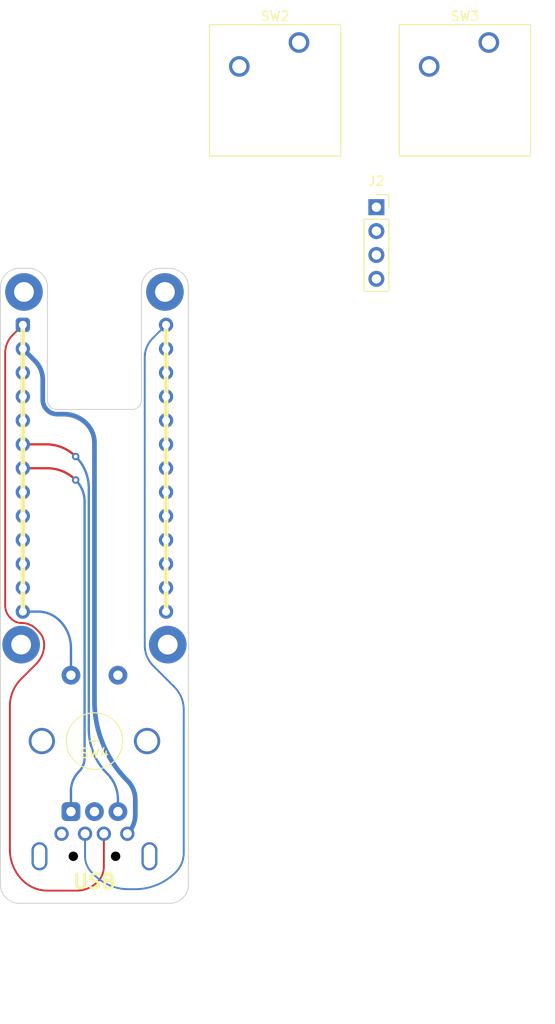
<source format=kicad_pcb>
(kicad_pcb (version 20211014) (generator pcbnew)
  (layers (0 "F.Cu" signal) (31 "B.Cu" signal) (34 "B.Paste" user) (35 "F.Paste" user) (36 "B.SilkS" user "B.Silkscreen") (37 "F.SilkS" user "F.Silkscreen") (38 "B.Mask" user) (39 "F.Mask" user) (44 "Edge.Cuts" user))
  (net 0 "")
  (net 1 "VBUS")
  (net 2 "GND")
  (net 3 "/SCL")
  (net 4 "/SDA")
  (net 5 "/RST")
  (net 6 "/P0")
  (net 7 "/P1")
  (net 8 "+3V3")
  (net 9 "/EncA")
  (net 10 "/EncB")
  (net 13 "/D+")
  (net 15 "/EncPB")
  (net 16 "/S0")
  (net 17 "/D-")
  (net 25 "/LED")
  (footprint "" (layer "F.Cu") (at 102.2 113.5)
    (fp_text reference "" (at 0 0) (layer "F.SilkS") (effects (font (size 1.27 1.27))))
    (fp_text value "" (at 0 0) (layer "F.SilkS") (effects (font (size 1.27 1.27))))
    (pad "103" thru_hole circle (at 0 0) (size 4 4) (drill 2.1) (layers *.Cu *.Mask))
  )
  (footprint "" (layer "F.Cu") (at 103.6 74.6)
    (fp_text reference "" (at 0 0) (layer "F.SilkS") (effects (font (size 1.27 1.27))))
    (fp_text value "" (at 0 0) (layer "F.SilkS") (effects (font (size 1.27 1.27))))
    (pad "101" thru_hole circle (at -1.1 1.41) (size 4 4) (drill 2.1) (layers *.Cu *.Mask))
  )
  (footprint "Button_Switch_Keyboard:SW_Cherry_MX_1.00u_PCB" (layer "F.Cu") (at 151.965 49.495)
    (fp_text reference "SW3" (at -2.54 -2.794) (layer "F.SilkS"))
    (fp_text value "SW_Push")
    (fp_line (start -9.525 -1.905) (end 4.445 -1.905) (layer "F.SilkS") (width 0.12))
    (fp_line (start 4.445 -1.905) (end 4.445 12.065) (layer "F.SilkS") (width 0.12))
    (fp_line (start 4.445 12.065) (end -9.525 12.065) (layer "F.SilkS") (width 0.12))
    (fp_line (start -9.525 12.065) (end -9.525 -1.905) (layer "F.SilkS") (width 0.12))
    (pad "" np_thru_hole circle (at -7.62 5.08) (size 1.7 1.7) (drill 1.7) (layers *.Cu *.Mask))
    (pad "" np_thru_hole circle (at -2.54 5.08) (size 4 4) (drill 4) (layers *.Cu *.Mask))
    (pad "" np_thru_hole circle (at 2.54 5.08) (size 1.7 1.7) (drill 1.7) (layers *.Cu *.Mask))
    (pad "1" thru_hole circle (at 0 0) (size 2.2 2.2) (drill 1.5) (layers *.Cu *.Mask) (net 7 "/P1"))
    (pad "2" thru_hole circle (at -6.35 2.54) (size 2.2 2.2) (drill 1.5) (layers *.Cu *.Mask) (net 2 "GND"))
  )
  (footprint "" (layer "F.Cu") (at 117.5 79)
    (fp_text reference "" (at 0 0) (layer "F.SilkS") (effects (font (size 1.27 1.27))))
    (fp_text value "" (at 0 0) (layer "F.SilkS") (effects (font (size 1.27 1.27))))
    (pad "102" thru_hole circle (at 0 -2.99) (size 4 4) (drill 2.1) (layers *.Cu *.Mask))
  )
  (footprint "Connector_PinSocket_2.54mm:PinSocket_1x04_P2.54mm_Vertical" (layer "F.Cu") (at 140 67)
    (fp_text reference "J2" (at 0 -2.77) (layer "F.SilkS"))
    (fp_text value "Conn_01x04_Female")
    (fp_line (start 1.33 1.27) (end 1.33 8.95) (layer "F.SilkS") (width 0.12))
    (fp_line (start 0 -1.33) (end 1.33 -1.33) (layer "F.SilkS") (width 0.12))
    (fp_line (start -1.33 1.27) (end -1.33 8.95) (layer "F.SilkS") (width 0.12))
    (fp_line (start 1.33 -1.33) (end 1.33 0) (layer "F.SilkS") (width 0.12))
    (fp_line (start -1.33 8.95) (end 1.33 8.95) (layer "F.SilkS") (width 0.12))
    (fp_line (start -1.33 1.27) (end 1.33 1.27) (layer "F.SilkS") (width 0.12))
    (pad "1" thru_hole rect (at 0 0) (size 1.7 1.7) (drill 1) (layers *.Cu *.Mask) (net 2 "GND"))
    (pad "2" thru_hole oval (at 0 2.54) (size 1.7 1.7) (drill 1) (layers *.Cu *.Mask) (net 8 "+3V3"))
    (pad "3" thru_hole oval (at 0 5.08) (size 1.7 1.7) (drill 1) (layers *.Cu *.Mask) (net 3 "/SCL"))
    (pad "4" thru_hole oval (at 0 7.62) (size 1.7 1.7) (drill 1) (layers *.Cu *.Mask) (net 4 "/SDA"))
  )
  (footprint "Button_Switch_Keyboard:SW_Cherry_MX_1.00u_PCB" (layer "F.Cu") (at 131.765 49.495)
    (fp_text reference "SW2" (at -2.54 -2.794) (layer "F.SilkS"))
    (fp_text value "SW_Push")
    (fp_line (start 4.445 12.065) (end -9.525 12.065) (layer "F.SilkS") (width 0.12))
    (fp_line (start -9.525 -1.905) (end 4.445 -1.905) (layer "F.SilkS") (width 0.12))
    (fp_line (start -9.525 12.065) (end -9.525 -1.905) (layer "F.SilkS") (width 0.12))
    (fp_line (start 4.445 -1.905) (end 4.445 12.065) (layer "F.SilkS") (width 0.12))
    (pad "" np_thru_hole circle (at -2.54 5.08) (size 4 4) (drill 4) (layers *.Cu *.Mask))
    (pad "" np_thru_hole circle (at -7.62 5.08) (size 1.7 1.7) (drill 1.7) (layers *.Cu *.Mask))
    (pad "" np_thru_hole circle (at 2.54 5.08) (size 1.7 1.7) (drill 1.7) (layers *.Cu *.Mask))
    (pad "1" thru_hole circle (at 0 0) (size 2.2 2.2) (drill 1.5) (layers *.Cu *.Mask) (net 6 "/P0"))
    (pad "2" thru_hole circle (at -6.35 2.54) (size 2.2 2.2) (drill 1.5) (layers *.Cu *.Mask) (net 2 "GND"))
  )
  (footprint "Rotary_Encoder:RotaryEncoder_Alps_EC12E-Switch_Vertical_H20mm_CircularMountingHoles" (layer "F.Cu") (at 107.5 131.25 90)
    (fp_text reference "SW4" (at 6.2 2.5 180) (layer "F.SilkS"))
    (fp_text value "RotaryEncoder_Switch")
    (fp_line (start 7.5 2) (end 7.5 3) (layer "F.SilkS") (width 0.12))
    (fp_line (start 7 2.5) (end 8 2.5) (layer "F.SilkS") (width 0.12))
    (fp_circle (center 7.5 2.5) (end 10.5 2.5) (layer "F.SilkS") (width 0.12) (fill none))
    (pad "A" thru_hole roundrect (at 0 0 90) (size 2 2) (drill 1) (layers *.Cu *.Mask) (net 10 "/EncB"))
    (pad "B" thru_hole circle (at 0 5 90) (size 2 2) (drill 1) (layers *.Cu *.Mask) (net 9 "/EncA"))
    (pad "C" thru_hole circle (at 0 2.5 90) (size 2 2) (drill 1) (layers *.Cu *.Mask) (net 2 "GND"))
    (pad "MP" thru_hole circle (at 7.5 -3.1 90) (size 2.8 2.8) (drill 2.2) (layers *.Cu *.Mask))
    (pad "MP" thru_hole circle (at 7.5 8.1 90) (size 2.8 2.8) (drill 2.2) (layers *.Cu *.Mask))
    (pad "S1" thru_hole circle (at 14.5 0 90) (size 2 2) (drill 1) (layers *.Cu *.Mask) (net 15 "/EncPB"))
    (pad "S2" thru_hole circle (at 14.5 5 90) (size 2 2) (drill 1) (layers *.Cu *.Mask) (net 2 "GND"))
  )
  (footprint "" (layer "F.Cu") (at 117.8 112)
    (fp_text reference "" (at 0 0) (layer "F.SilkS") (effects (font (size 1.27 1.27))))
    (fp_text value "" (at 0 0) (layer "F.SilkS") (effects (font (size 1.27 1.27))))
    (pad "104" thru_hole circle (at 0 1.5) (size 4 4) (drill 2.1) (layers *.Cu *.Mask))
  )
  (footprint "Akizuki:USB-4AM103" (layer "F.Cu") (at 110 135 180)
    (fp_text reference "J1" hide)
    (fp_text value "USB_A")
    (pad "" np_thru_hole circle (at 2.25 -1 180) (size 1 1) (drill 1) (layers *.Mask))
    (pad "" np_thru_hole circle (at -2.25 -1 180) (size 1 1) (drill 1) (layers *.Mask))
    (pad "1" thru_hole circle (at -3.5 1.4 180) (size 1.524 1.524) (drill 0.95) (layers *.Cu *.Mask) (net 1 "VBUS"))
    (pad "2" thru_hole circle (at -1 1.4 180) (size 1.524 1.524) (drill 0.95) (layers *.Cu *.Mask) (net 17 "/D-"))
    (pad "3" thru_hole circle (at 1 1.4 180) (size 1.524 1.524) (drill 0.95) (layers *.Cu *.Mask) (net 13 "/D+"))
    (pad "4" thru_hole circle (at 3.5 1.4 180) (size 1.524 1.524) (drill 0.95) (layers *.Cu *.Mask) (net 2 "GND"))
    (pad "5" thru_hole oval (at 5.85 -1 180) (size 1.7 3) (drill oval 1.2 2.5) (layers *.Cu *.Mask))
    (pad "5" thru_hole oval (at -5.85 -1 180) (size 1.7 3) (drill oval 1.2 2.5) (layers *.Cu *.Mask))
  )
  (footprint "QMK:KB2040" (layer "F.Cu") (at 110 94.75)
    (fp_text reference "U1" hide)
    (fp_text value "KB2040")
    (fp_line (start 7.62 15.24) (end 7.62 -15.24) (layer "F.SilkS") (width 0.5))
    (fp_line (start -7.62 -15.24) (end -7.62 15.24) (layer "F.SilkS") (width 0.5))
    (pad "0" thru_hole roundrect (at -7.62 -15.24) (size 1.524 1.524) (drill 0.85) (layers *.Cu *.Mask) (net 17 "/D-"))
    (pad "1" thru_hole circle (at -7.62 -12.7) (size 1.524 1.524) (drill 0.85) (layers *.Cu *.Mask) (net 1 "VBUS"))
    (pad "2" thru_hole circle (at -7.62 -10.16) (size 1.524 1.524) (drill 0.85) (layers *.Cu *.Mask) (net 2 "GND"))
    (pad "3" thru_hole circle (at -7.62 -7.62) (size 1.524 1.524) (drill 0.85) (layers *.Cu *.Mask) (net 5 "/RST"))
    (pad "4" thru_hole circle (at -7.62 -5.08) (size 1.524 1.524) (drill 0.85) (layers *.Cu *.Mask))
    (pad "5" thru_hole circle (at -7.62 -2.54) (size 1.524 1.524) (drill 0.85) (layers *.Cu *.Mask) (net 9 "/EncA"))
    (pad "6" thru_hole circle (at -7.62 0) (size 1.524 1.524) (drill 0.85) (layers *.Cu *.Mask) (net 10 "/EncB"))
    (pad "7" thru_hole circle (at -7.62 2.54) (size 1.524 1.524) (drill 0.85) (layers *.Cu *.Mask))
    (pad "8" thru_hole circle (at -7.62 5.08) (size 1.524 1.524) (drill 0.85) (layers *.Cu *.Mask))
    (pad "9" thru_hole circle (at -7.62 7.62) (size 1.524 1.524) (drill 0.85) (layers *.Cu *.Mask))
    (pad "10" thru_hole circle (at -7.62 10.16) (size 1.524 1.524) (drill 0.85) (layers *.Cu *.Mask) (net 6 "/P0"))
    (pad "11" thru_hole circle (at -7.62 12.7) (size 1.524 1.524) (drill 0.85) (layers *.Cu *.Mask) (net 7 "/P1"))
    (pad "12" thru_hole circle (at -7.62 15.24) (size 1.524 1.524) (drill 0.85) (layers *.Cu *.Mask) (net 15 "/EncPB"))
    (pad "13" thru_hole circle (at 7.62 15.24) (size 1.524 1.524) (drill 0.85) (layers *.Cu *.Mask))
    (pad "14" thru_hole circle (at 7.62 12.7) (size 1.524 1.524) (drill 0.85) (layers *.Cu *.Mask))
    (pad "15" thru_hole circle (at 7.62 10.16) (size 1.524 1.524) (drill 0.85) (layers *.Cu *.Mask) (net 16 "/S0"))
    (pad "16" thru_hole circle (at 7.62 7.62) (size 1.524 1.524) (drill 0.85) (layers *.Cu *.Mask))
    (pad "17" thru_hole circle (at 7.62 5.08) (size 1.524 1.524) (drill 0.85) (layers *.Cu *.Mask))
    (pad "18" thru_hole circle (at 7.62 2.54) (size 1.524 1.524) (drill 0.85) (layers *.Cu *.Mask))
    (pad "19" thru_hole circle (at 7.62 0) (size 1.524 1.524) (drill 0.85) (layers *.Cu *.Mask) (net 3 "/SCL"))
    (pad "20" thru_hole circle (at 7.62 -2.54) (size 1.524 1.524) (drill 0.85) (layers *.Cu *.Mask) (net 4 "/SDA"))
    (pad "21" thru_hole circle (at 7.62 -5.08) (size 1.524 1.524) (drill 0.85) (layers *.Cu *.Mask) (net 2 "GND"))
    (pad "22" thru_hole circle (at 7.62 -7.62) (size 1.524 1.524) (drill 0.85) (layers *.Cu *.Mask) (net 2 "GND"))
    (pad "23" thru_hole circle (at 7.62 -10.16) (size 1.524 1.524) (drill 0.85) (layers *.Cu *.Mask) (net 25 "/LED"))
    (pad "24" thru_hole circle (at 7.62 -12.7) (size 1.524 1.524) (drill 0.85) (layers *.Cu *.Mask))
    (pad "25" thru_hole circle (at 7.62 -15.24) (size 1.524 1.524) (drill 0.85) (layers *.Cu *.Mask) (net 13 "/D+"))
  )
  (gr_line (start 120 75.5) (end 120 139) (layer "Edge.Cuts") (width 0.1))
  (gr_line (start 117 73.5) (end 118 73.5) (layer "Edge.Cuts") (width 0.1))
  (gr_arc (start 100 75.5) (mid 100.585786 74.085786) (end 102 73.5) (layer "Edge.Cuts") (width 0.1))
  (gr_arc (start 102 141) (mid 100.585786 140.414214) (end 100 139) (layer "Edge.Cuts") (width 0.1))
  (gr_line (start 106 88.5) (end 114 88.5) (layer "Edge.Cuts") (width 0.1))
  (gr_line (start 102 73.5) (end 103 73.5) (layer "Edge.Cuts") (width 0.1))
  (gr_arc (start 115 75.5) (mid 115.585786 74.085786) (end 117 73.5) (layer "Edge.Cuts") (width 0.1))
  (gr_arc (start 115 87.5) (mid 114.707107 88.207107) (end 114 88.5) (layer "Edge.Cuts") (width 0.1))
  (gr_arc (start 103 73.5) (mid 104.414214 74.085786) (end 105 75.5) (layer "Edge.Cuts") (width 0.1))
  (gr_line (start 100 75.5) (end 100 139) (layer "Edge.Cuts") (width 0.1))
  (gr_arc (start 120 139) (mid 119.414214 140.414214) (end 118 141) (layer "Edge.Cuts") (width 0.1))
  (gr_line (start 102 141) (end 118 141) (layer "Edge.Cuts") (width 0.1))
  (gr_line (start 115 87.5) (end 115 75.5) (layer "Edge.Cuts") (width 0.1))
  (gr_arc (start 106 88.5) (mid 105.292893 88.207107) (end 105 87.5) (layer "Edge.Cuts") (width 0.1))
  (gr_line (start 105 87.5) (end 105 75.5) (layer "Edge.Cuts") (width 0.1))
  (gr_arc (start 118 73.5) (mid 119.414214 74.085786) (end 120 75.5) (layer "Edge.Cuts") (width 0.1))
  (gr_text "USB" (at 110 138.7) (layer "F.SilkS") (effects (font (size 1.5 1.5) (thickness 0.3))))
  (segment (start 106.735787 89) (end 106.036396 89) (width 0.5) (layer "B.Cu") (net 1))
  (segment (start 104.5 87.463604) (end 104.5 85.35) (width 0.5) (layer "B.Cu") (net 1))
  (segment (start 103.665614 83.335614) (end 102.38 82.05) (width 0.5) (layer "B.Cu") (net 1))
  (segment (start 110 119.500253) (end 110 92.052081) (width 0.5) (layer "B.Cu") (net 1))
  (segment (start 114.35 131.547919) (end 114.35 130.002081) (width 0.5) (layer "B.Cu") (net 1))
  (arc (start 109.15 90) (mid 108.04235 89.259891) (end 106.735787 89) (width 0.5) (layer "B.Cu") (net 1))
  (arc (start 106.036396 89) (mid 105.448443 88.883049) (end 104.95 88.55) (width 0.5) (layer "B.Cu") (net 1))
  (arc (start 113.5 133.6) (mid 114.129092 132.658497) (end 114.35 131.547919) (width 0.5) (layer "B.Cu") (net 1))
  (arc (start 113.5 127.95) (mid 110.90962 124.073223) (end 110 119.500253) (width 0.5) (layer "B.Cu") (net 1))
  (arc (start 104.95 88.55) (mid 104.616951 88.051558) (end 104.5 87.463604) (width 0.5) (layer "B.Cu") (net 1))
  (arc (start 104.5 85.35) (mid 104.28315 84.259822) (end 103.665614 83.335614) (width 0.5) (layer "B.Cu") (net 1))
  (arc (start 110 92.052081) (mid 109.779092 90.941503) (end 109.15 90) (width 0.5) (layer "B.Cu") (net 1))
  (arc (start 114.35 130.002081) (mid 114.129092 128.891503) (end 113.5 127.95) (width 0.5) (layer "B.Cu") (net 1))
  (segment (start 102.38 92.21) (end 104.885665 92.21) (width 0.25) (layer "F.Cu") (net 9))
  (via (at 108 93.5) (size 0.8) (drill 0.4) (layers "F.Cu" "B.Cu") (net 9))
  (arc (start 104.885665 92.21) (mid 106.571131 92.54526) (end 108 93.5) (width 0.25) (layer "F.Cu") (net 9))
  (segment (start 112.5 129.976345) (end 112.5 131.25) (width 0.25) (layer "B.Cu") (net 9))
  (segment (start 109.4 96.879898) (end 109.4 122.492284) (width 0.25) (layer "B.Cu") (net 9))
  (arc (start 111.35 127.2) (mid 112.201125 128.473798) (end 112.5 129.976345) (width 0.25) (layer "B.Cu") (net 9))
  (arc (start 109.4 122.492284) (mid 109.906789 125.040081) (end 111.35 127.2) (width 0.25) (layer "B.Cu") (net 9))
  (arc (start 108 93.5) (mid 109.036152 95.05071) (end 109.4 96.879898) (width 0.25) (layer "B.Cu") (net 9))
  (segment (start 102.38 94.75) (end 104.982234 94.75) (width 0.25) (layer "F.Cu") (net 10))
  (via (at 108 96) (size 0.8) (drill 0.4) (layers "F.Cu" "B.Cu") (net 10))
  (arc (start 104.982234 94.75) (mid 106.615437 95.074865) (end 108 96) (width 0.25) (layer "F.Cu") (net 10))
  (segment (start 107.5 131.25) (end 107.5 129.052081) (width 0.25) (layer "B.Cu") (net 10))
  (segment (start 108.95 125.551472) (end 108.95 118.25) (width 0.25) (layer "B.Cu") (net 10))
  (segment (start 108.95 118.25) (end 108.95 98.293502) (width 0.25) (layer "B.Cu") (net 10))
  (arc (start 108.95 98.293502) (mid 108.703103 97.052268) (end 108 96) (width 0.25) (layer "B.Cu") (net 10))
  (arc (start 107.5 129.052081) (mid 107.720908 127.941503) (end 108.35 127) (width 0.25) (layer "B.Cu") (net 10))
  (arc (start 108.35 127) (mid 108.794065 126.33541) (end 108.95 125.551472) (width 0.25) (layer "B.Cu") (net 10))
  (segment (start 109 133.6) (end 109 136) (width 0.2) (layer "B.Cu") (net 13))
  (segment (start 115.35 113.55) (end 115.35 82.982842) (width 0.2) (layer "B.Cu") (net 13))
  (segment (start 109.707107 137.707107) (end 110 138) (width 0.2) (layer "B.Cu") (net 13))
  (segment (start 118.5 118) (end 116.269239 115.769239) (width 0.2) (layer "B.Cu") (net 13))
  (segment (start 119.5 135.647919) (end 119.5 120.414213) (width 0.2) (layer "B.Cu") (net 13))
  (segment (start 116.200538 80.929462) (end 117.62 79.51) (width 0.2) (layer "B.Cu") (net 13))
  (segment (start 113.62132 139.5) (end 114.304416 139.5) (width 0.2) (layer "B.Cu") (net 13))
  (arc (start 114.304416 139.5) (mid 116.656229 139.032195) (end 118.65 137.7) (width 0.2) (layer "B.Cu") (net 13))
  (arc (start 110 138) (mid 111.661476 139.110163) (end 113.62132 139.5) (width 0.2) (layer "B.Cu") (net 13))
  (arc (start 116.269239 115.769239) (mid 115.588902 114.751044) (end 115.35 113.55) (width 0.2) (layer "B.Cu") (net 13))
  (arc (start 118.65 137.7) (mid 119.279092 136.758497) (end 119.5 135.647919) (width 0.2) (layer "B.Cu") (net 13))
  (arc (start 119.5 120.414213) (mid 119.240108 119.10765) (end 118.5 118) (width 0.2) (layer "B.Cu") (net 13))
  (arc (start 109 136) (mid 109.183771 136.92388) (end 109.707107 137.707107) (width 0.2) (layer "B.Cu") (net 13))
  (arc (start 115.35 82.982842) (mid 115.571048 81.871561) (end 116.200538 80.929462) (width 0.2) (layer "B.Cu") (net 13))
  (segment (start 103.982355 109.99) (end 102.38 109.99) (width 0.25) (layer "B.Cu") (net 15))
  (segment (start 107.5 116.75) (end 107.5 113.847056) (width 0.25) (layer "B.Cu") (net 15))
  (arc (start 106.3 110.95) (mid 105.236656 110.239495) (end 103.982355 109.99) (width 0.25) (layer "B.Cu") (net 15))
  (arc (start 107.5 113.847056) (mid 107.18813 112.279181) (end 106.3 110.95) (width 0.25) (layer "B.Cu") (net 15))
  (segment (start 101.05 110.65) (end 101.14038 110.74038) (width 0.2) (layer "F.Cu") (net 17))
  (segment (start 102.38 79.51) (end 101.284889 80.605111) (width 0.2) (layer "F.Cu") (net 17))
  (segment (start 108.1 139.65) (end 105.005634 139.65) (width 0.2) (layer "F.Cu") (net 17))
  (segment (start 100.5 82.5) (end 100.5 109.322183) (width 0.2) (layer "F.Cu") (net 17))
  (segment (start 101 135.290812) (end 101 129.7) (width 0.2) (layer "F.Cu") (net 17))
  (segment (start 101 124) (end 101 129.7) (width 0.2) (layer "F.Cu") (net 17))
  (segment (start 104.082411 112.12972) (end 103.790992 111.8383) (width 0.2) (layer "F.Cu") (net 17))
  (segment (start 103.801472 115.548528) (end 102.2 117.15) (width 0.2) (layer "F.Cu") (net 17))
  (segment (start 111 133.6) (end 111 137.087259) (width 0.2) (layer "F.Cu") (net 17))
  (segment (start 101 120.047056) (end 101 124) (width 0.2) (layer "F.Cu") (net 17))
  (arc (start 101.14038 110.74038) (mid 101.649478 111.080548) (end 102.25 111.2) (width 0.2) (layer "F.Cu") (net 17))
  (arc (start 101.284889 80.605111) (mid 100.703986 81.474493) (end 100.5 82.5) (width 0.2) (layer "F.Cu") (net 17))
  (arc (start 104.65 113.5) (mid 104.429475 114.608655) (end 103.801472 115.548528) (width 0.2) (layer "F.Cu") (net 17))
  (arc (start 103.790992 111.8383) (mid 103.083979 111.365888) (end 102.25 111.2) (width 0.2) (layer "F.Cu") (net 17))
  (arc (start 102.35 138.55) (mid 101.350854 137.054671) (end 101 135.290812) (width 0.2) (layer "F.Cu") (net 17))
  (arc (start 104.65 113.5) (mid 104.502489 112.75841) (end 104.082411 112.12972) (width 0.2) (layer "F.Cu") (net 17))
  (arc (start 105.005634 139.65) (mid 103.568415 139.364119) (end 102.35 138.55) (width 0.2) (layer "F.Cu") (net 17))
  (arc (start 102.2 117.15) (mid 101.31187 118.47918) (end 101 120.047056) (width 0.2) (layer "F.Cu") (net 17))
  (arc (start 110.319239 138.730761) (mid 109.301044 139.411098) (end 108.1 139.65) (width 0.2) (layer "F.Cu") (net 17))
  (arc (start 111 137.087259) (mid 110.823076 137.976716) (end 110.319239 138.730761) (width 0.2) (layer "F.Cu") (net 17))
  (arc (start 100.5 109.322183) (mid 100.642941 110.040792) (end 101.05 110.65) (width 0.2) (layer "F.Cu") (net 17))
)
</source>
